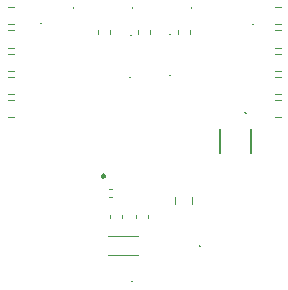
<source format=gbr>
%TF.GenerationSoftware,KiCad,Pcbnew,9.0.3*%
%TF.CreationDate,2025-09-12T00:22:28+02:00*%
%TF.ProjectId,FOC_CONTROLLER_V1,464f435f-434f-44e5-9452-4f4c4c45525f,rev?*%
%TF.SameCoordinates,Original*%
%TF.FileFunction,Legend,Top*%
%TF.FilePolarity,Positive*%
%FSLAX46Y46*%
G04 Gerber Fmt 4.6, Leading zero omitted, Abs format (unit mm)*
G04 Created by KiCad (PCBNEW 9.0.3) date 2025-09-12 00:22:28*
%MOMM*%
%LPD*%
G01*
G04 APERTURE LIST*
%ADD10C,0.100000*%
%ADD11C,0.120000*%
%ADD12C,0.200000*%
%ADD13C,0.250000*%
G04 APERTURE END LIST*
D10*
%TO.C,D2*%
X98775000Y-95485000D02*
G75*
G02*
X98675000Y-95485000I-50000J0D01*
G01*
X98675000Y-95485000D02*
G75*
G02*
X98775000Y-95485000I50000J0D01*
G01*
D11*
%TO.C,C36*%
X110988748Y-97405000D02*
X111511252Y-97405000D01*
X110988748Y-98875000D02*
X111511252Y-98875000D01*
D10*
%TO.C,D1*%
X99460000Y-108975000D02*
X96860000Y-108975000D01*
X99460000Y-110525000D02*
X96860000Y-110525000D01*
D12*
%TO.C,S1*%
X106350000Y-99900000D02*
X106350000Y-101900000D01*
D10*
X108450000Y-98500000D02*
X108450000Y-98500000D01*
X108550000Y-98500000D02*
X108550000Y-98500000D01*
D12*
X108950000Y-99900000D02*
X108950000Y-101900000D01*
D10*
X108450000Y-98500000D02*
G75*
G02*
X108550000Y-98500000I50000J0D01*
G01*
X108550000Y-98500000D02*
G75*
G02*
X108450000Y-98500000I-50000J0D01*
G01*
%TO.C,D3*%
X91225000Y-90935000D02*
G75*
G02*
X91125000Y-90935000I-50000J0D01*
G01*
X91125000Y-90935000D02*
G75*
G02*
X91225000Y-90935000I50000J0D01*
G01*
%TO.C,D4*%
X102150000Y-95335000D02*
G75*
G02*
X102050000Y-95335000I-50000J0D01*
G01*
X102050000Y-95335000D02*
G75*
G02*
X102150000Y-95335000I50000J0D01*
G01*
D11*
%TO.C,C2*%
X96000000Y-91800580D02*
X96000000Y-91519420D01*
X97020000Y-91800580D02*
X97020000Y-91519420D01*
%TO.C,C7*%
X102515000Y-106186252D02*
X102515000Y-105663748D01*
X103985000Y-106186252D02*
X103985000Y-105663748D01*
%TO.C,C33*%
X88911252Y-95455000D02*
X88388748Y-95455000D01*
X88911252Y-96925000D02*
X88388748Y-96925000D01*
%TO.C,C27*%
X88901252Y-89555000D02*
X88378748Y-89555000D01*
X88901252Y-91025000D02*
X88378748Y-91025000D01*
%TO.C,C26*%
X88911252Y-91535000D02*
X88388748Y-91535000D01*
X88911252Y-93005000D02*
X88388748Y-93005000D01*
D10*
%TO.C,D6*%
X109200000Y-90987500D02*
G75*
G02*
X109100000Y-90987500I-50000J0D01*
G01*
X109100000Y-90987500D02*
G75*
G02*
X109200000Y-90987500I50000J0D01*
G01*
%TO.C,Q1*%
X93950000Y-89550000D02*
X93950000Y-89550000D01*
X93950000Y-89650000D02*
X93950000Y-89650000D01*
X93950000Y-89550000D02*
G75*
G02*
X93950000Y-89650000I0J-50000D01*
G01*
X93950000Y-89650000D02*
G75*
G02*
X93950000Y-89550000I0J50000D01*
G01*
%TO.C,L2*%
X104550000Y-109775000D02*
X104550000Y-109775000D01*
X104650000Y-109775000D02*
X104650000Y-109775000D01*
X104550000Y-109775000D02*
G75*
G02*
X104650000Y-109775000I50000J0D01*
G01*
X104650000Y-109775000D02*
G75*
G02*
X104550000Y-109775000I-50000J0D01*
G01*
D11*
%TO.C,C31*%
X110988748Y-93485000D02*
X111511252Y-93485000D01*
X110988748Y-94955000D02*
X111511252Y-94955000D01*
%TO.C,C24*%
X110988748Y-89555000D02*
X111511252Y-89555000D01*
X110988748Y-91025000D02*
X111511252Y-91025000D01*
%TO.C,C4*%
X102770000Y-91800580D02*
X102770000Y-91519420D01*
X103790000Y-91800580D02*
X103790000Y-91519420D01*
%TO.C,C10*%
X99240000Y-107415580D02*
X99240000Y-107134420D01*
X100260000Y-107415580D02*
X100260000Y-107134420D01*
%TO.C,C5*%
X97215336Y-104940000D02*
X96999664Y-104940000D01*
X97215336Y-105660000D02*
X96999664Y-105660000D01*
D10*
%TO.C,D8*%
X98960000Y-112820000D02*
G75*
G02*
X98860000Y-112820000I-50000J0D01*
G01*
X98860000Y-112820000D02*
G75*
G02*
X98960000Y-112820000I50000J0D01*
G01*
D11*
%TO.C,C23*%
X88911252Y-93495000D02*
X88388748Y-93495000D01*
X88911252Y-94965000D02*
X88388748Y-94965000D01*
%TO.C,C25*%
X110988748Y-91525000D02*
X111511252Y-91525000D01*
X110988748Y-92995000D02*
X111511252Y-92995000D01*
D10*
%TO.C,D7*%
X102160000Y-91900000D02*
G75*
G02*
X102060000Y-91900000I-50000J0D01*
G01*
X102060000Y-91900000D02*
G75*
G02*
X102160000Y-91900000I50000J0D01*
G01*
%TO.C,Q3*%
X103950000Y-89550000D02*
X103950000Y-89550000D01*
X103950000Y-89650000D02*
X103950000Y-89650000D01*
X103950000Y-89550000D02*
G75*
G02*
X103950000Y-89650000I0J-50000D01*
G01*
X103950000Y-89650000D02*
G75*
G02*
X103950000Y-89550000I0J50000D01*
G01*
D11*
%TO.C,C35*%
X110988748Y-95445000D02*
X111511252Y-95445000D01*
X110988748Y-96915000D02*
X111511252Y-96915000D01*
D10*
%TO.C,D5*%
X98870000Y-91925000D02*
G75*
G02*
X98770000Y-91925000I-50000J0D01*
G01*
X98770000Y-91925000D02*
G75*
G02*
X98870000Y-91925000I50000J0D01*
G01*
D11*
%TO.C,C3*%
X99440000Y-91800580D02*
X99440000Y-91519420D01*
X100460000Y-91800580D02*
X100460000Y-91519420D01*
D10*
%TO.C,Q2*%
X98950000Y-89550000D02*
X98950000Y-89550000D01*
X98950000Y-89650000D02*
X98950000Y-89650000D01*
X98950000Y-89550000D02*
G75*
G02*
X98950000Y-89650000I0J-50000D01*
G01*
X98950000Y-89650000D02*
G75*
G02*
X98950000Y-89550000I0J50000D01*
G01*
D11*
%TO.C,C34*%
X88911252Y-97415000D02*
X88388748Y-97415000D01*
X88911252Y-98885000D02*
X88388748Y-98885000D01*
%TO.C,C11*%
X97040000Y-107415580D02*
X97040000Y-107134420D01*
X98060000Y-107415580D02*
X98060000Y-107134420D01*
D13*
%TO.C,IC1*%
X96625000Y-103875000D02*
G75*
G02*
X96375000Y-103875000I-125000J0D01*
G01*
X96375000Y-103875000D02*
G75*
G02*
X96625000Y-103875000I125000J0D01*
G01*
%TD*%
M02*

</source>
